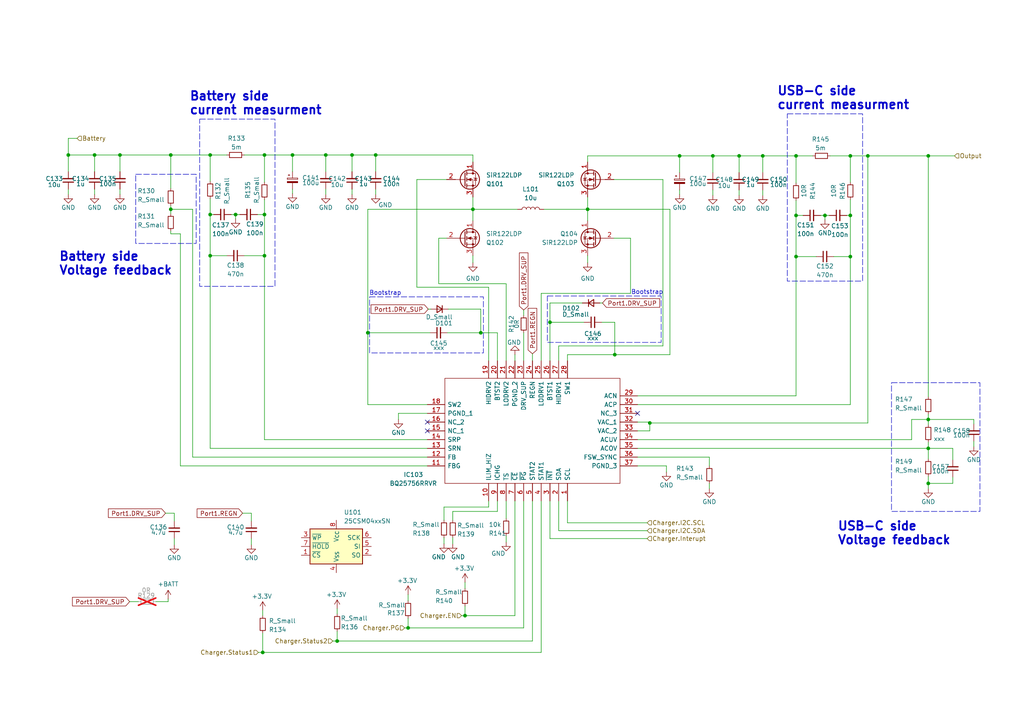
<source format=kicad_sch>
(kicad_sch (version 20231120) (generator "eeschema") (generator_version "8.0")
  (paper "A4")
  (lib_symbols
    (symbol "Device:C_Polarized_Small" (pin_numbers hide) (pin_names (offset 0.254) hide)
      (property "Reference" "C" (at 0.254 1.778 0))
      (property "Value" "C_Polarized_Small" (at 0.254 -2.032 0))
      (symbol "C_Polarized_Small_0_1"
        (rectangle (start -1.524 -0.3048) (end 1.524 -0.6858) (fill (type outline)))
        (rectangle (start -1.524 0.6858) (end 1.524 0.3048))
        (polyline (pts (xy -1.27 1.524) (xy -0.762 1.524)))
        (polyline (pts (xy -1.016 1.27) (xy -1.016 1.778)))
      )
      (symbol "C_Polarized_Small_1_1"
        (pin passive line (at 0 2.54 270) (length 1.8542) (name "~") (number "1"))
        (pin passive line (at 0 -2.54 90) (length 1.8542) (name "~") (number "2"))
      )
    )
    (symbol "Device:C_Small" (pin_numbers hide) (pin_names (offset 0.254) hide)
      (property "Reference" "C" (at 0.254 1.778 0))
      (property "Value" "C_Small" (at 0.254 -2.032 0))
      (symbol "C_Small_0_1"
        (polyline (pts (xy -1.524 -0.508) (xy 1.524 -0.508)) (stroke (width 0.3302)))
        (polyline (pts (xy -1.524 0.508) (xy 1.524 0.508)) (stroke (width 0.3048)))
      )
      (symbol "C_Small_1_1"
        (pin passive line (at 0 2.54 270) (length 2.032) (name "~") (number "1"))
        (pin passive line (at 0 -2.54 90) (length 2.032) (name "~") (number "2"))
      )
    )
    (symbol "Device:D_Small" (pin_numbers hide) (pin_names (offset 0.254) hide)
      (property "Reference" "D" (at -1.27 2.032 0))
      (property "Value" "D_Small" (at -3.81 -2.032 0))
      (symbol "D_Small_0_1"
        (polyline (pts (xy -0.762 -1.016) (xy -0.762 1.016)) (stroke (width 0.254)))
        (polyline (pts (xy -0.762 0) (xy 0.762 0)))
        (polyline (pts (xy 0.762 -1.016) (xy -0.762 0) (xy 0.762 1.016) (xy 0.762 -1.016)) (stroke (width 0.254)))
      )
      (symbol "D_Small_1_1"
        (pin passive line (at -2.54 0 0) (length 1.778) (name "K") (number "1"))
        (pin passive line (at 2.54 0 180) (length 1.778) (name "A") (number "2"))
      )
    )
    (symbol "Device:L" (pin_numbers hide) (pin_names (offset 1.016) hide)
      (property "Reference" "L" (at -1.27 0 90))
      (property "Value" "L" (at 1.905 0 90))
      (symbol "L_0_1"
        (arc (start 0 -2.54) (mid 0.6323 -1.905) (end 0 -1.27))
        (arc (start 0 -1.27) (mid 0.6323 -0.635) (end 0 0))
        (arc (start 0 0) (mid 0.6323 0.635) (end 0 1.27))
        (arc (start 0 1.27) (mid 0.6323 1.905) (end 0 2.54))
      )
      (symbol "L_1_1"
        (pin passive line (at 0 3.81 270) (length 1.27) (name "1") (number "1"))
        (pin passive line (at 0 -3.81 90) (length 1.27) (name "2") (number "2"))
      )
    )
    (symbol "Device:Q_NMOS_DGS" (pin_names (offset 0) hide)
      (property "Reference" "Q" (at 5.08 1.27 0))
      (property "Value" "Q_NMOS_DGS" (at 5.08 -1.27 0))
      (symbol "Q_NMOS_DGS_0_1"
        (polyline (pts (xy 0.254 0) (xy -2.54 0)))
        (polyline (pts (xy 0.254 1.905) (xy 0.254 -1.905)) (stroke (width 0.254)))
        (polyline (pts (xy 0.762 -1.27) (xy 0.762 -2.286)) (stroke (width 0.254)))
        (polyline (pts (xy 0.762 0.508) (xy 0.762 -0.508)) (stroke (width 0.254)))
        (polyline (pts (xy 0.762 2.286) (xy 0.762 1.27)) (stroke (width 0.254)))
        (polyline (pts (xy 2.54 2.54) (xy 2.54 1.778)))
        (polyline (pts (xy 2.54 -2.54) (xy 2.54 0) (xy 0.762 0)))
        (polyline (pts (xy 0.762 -1.778) (xy 3.302 -1.778) (xy 3.302 1.778) (xy 0.762 1.778)))
        (polyline (pts (xy 1.016 0) (xy 2.032 0.381) (xy 2.032 -0.381) (xy 1.016 0)) (fill (type outline)))
        (polyline (pts (xy 2.794 0.508) (xy 2.921 0.381) (xy 3.683 0.381) (xy 3.81 0.254)))
        (polyline (pts (xy 3.302 0.381) (xy 2.921 -0.254) (xy 3.683 -0.254) (xy 3.302 0.381)))
        (circle (center 1.651 0) (radius 2.794) (stroke (width 0.254)))
        (circle (center 2.54 -1.778) (radius 0.254) (fill (type outline)))
        (circle (center 2.54 1.778) (radius 0.254) (fill (type outline)))
      )
      (symbol "Q_NMOS_DGS_1_1"
        (pin passive line (at 2.54 5.08 270) (length 2.54) (name "D") (number "1"))
        (pin input line (at -5.08 0 0) (length 2.54) (name "G") (number "2"))
        (pin passive line (at 2.54 -5.08 90) (length 2.54) (name "S") (number "3"))
      )
    )
    (symbol "Device:R_Small" (pin_numbers hide) (pin_names (offset 0.254) hide)
      (property "Reference" "R" (at 0.762 0.508 0))
      (property "Value" "R_Small" (at 0.762 -1.016 0))
      (symbol "R_Small_0_1"
        (rectangle (start -0.762 1.778) (end 0.762 -1.778) (stroke (width 0.2032)))
      )
      (symbol "R_Small_1_1"
        (pin passive line (at 0 2.54 270) (length 0.762) (name "~") (number "1"))
        (pin passive line (at 0 -2.54 90) (length 0.762) (name "~") (number "2"))
      )
    )
    (symbol "Memory_EEPROM:25CSM04xxSN"
      (property "Reference" "U3" (at 1.9559 8.89 0))
      (property "Value" "25CSM04xxSN" (at 1.9559 6.35 0))
      (symbol "25CSM04xxSN_1_1"
        (rectangle (start -7.62 5.08) (end 7.62 -5.08) (stroke (width 0.254)) (fill (type background)))
        (pin input line (at -10.16 -2.54 0) (length 2.54) (name "~{CS}") (number "1"))
        (pin tri_state line (at 10.16 -2.54 180) (length 2.54) (name "SO") (number "2"))
        (pin input line (at -10.16 2.54 0) (length 2.54) (name "~{WP}") (number "3"))
        (pin power_in line (at 0 -7.62 90) (length 2.54) (name "V_{SS}") (number "4"))
        (pin input line (at 10.16 0 180) (length 2.54) (name "SI") (number "5"))
        (pin input line (at 10.16 2.54 180) (length 2.54) (name "SCK") (number "6"))
        (pin input line (at -10.16 0 0) (length 2.54) (name "~{HOLD}") (number "7"))
        (pin power_in line (at 0 7.62 270) (length 2.54) (name "V_{CC}") (number "8"))
      )
    )
    (symbol "SamacSys_Parts:BQ25756RRVR" (pin_names (offset 0.762))
      (property "Reference" "IC" (at 36.83 20.32 0))
      (property "Value" "BQ25756RRVR" (at 36.83 17.78 0))
      (symbol "BQ25756RRVR_0_0"
        (pin passive line (at 0 0 0) (length 5.08) (name "SCL") (number "1"))
        (pin passive line (at 0 -22.86 0) (length 5.08) (name "ILIM_HIZ") (number "10"))
        (pin passive line (at 10.16 -40.64 90) (length 5.08) (name "FBG") (number "11"))
        (pin passive line (at 12.7 -40.64 90) (length 5.08) (name "FB") (number "12"))
        (pin passive line (at 15.24 -40.64 90) (length 5.08) (name "SRN") (number "13"))
        (pin passive line (at 17.78 -40.64 90) (length 5.08) (name "SRP") (number "14"))
        (pin passive line (at 20.32 -40.64 90) (length 5.08) (name "NC_1") (number "15"))
        (pin passive line (at 22.86 -40.64 90) (length 5.08) (name "NC_2") (number "16"))
        (pin passive line (at 25.4 -40.64 90) (length 5.08) (name "PGND_1") (number "17"))
        (pin passive line (at 27.94 -40.64 90) (length 5.08) (name "SW2") (number "18"))
        (pin passive line (at 40.64 -22.86 180) (length 5.08) (name "HIDRV2") (number "19"))
        (pin passive line (at 0 -2.54 0) (length 5.08) (name "SDA") (number "2"))
        (pin passive line (at 40.64 -20.32 180) (length 5.08) (name "BTST2") (number "20"))
        (pin passive line (at 40.64 -17.78 180) (length 5.08) (name "LODRV2") (number "21"))
        (pin passive line (at 40.64 -15.24 180) (length 5.08) (name "PGND_2") (number "22"))
        (pin passive line (at 40.64 -12.7 180) (length 5.08) (name "DRV_SUP") (number "23"))
        (pin passive line (at 40.64 -10.16 180) (length 5.08) (name "REGN") (number "24"))
        (pin passive line (at 40.64 -7.62 180) (length 5.08) (name "LODRV1") (number "25"))
        (pin passive line (at 40.64 -5.08 180) (length 5.08) (name "BTST1") (number "26"))
        (pin passive line (at 40.64 -2.54 180) (length 5.08) (name "HIDRV1") (number "27"))
        (pin passive line (at 40.64 0 180) (length 5.08) (name "SW1") (number "28"))
        (pin passive line (at 30.48 20.32 270) (length 5.08) (name "ACN") (number "29"))
        (pin passive line (at 0 -5.08 0) (length 5.08) (name "~{INT}") (number "3"))
        (pin passive line (at 27.94 20.32 270) (length 5.08) (name "ACP") (number "30"))
        (pin passive line (at 25.4 20.32 270) (length 5.08) (name "NC_3") (number "31"))
        (pin passive line (at 22.86 20.32 270) (length 5.08) (name "VAC_1") (number "32"))
        (pin passive line (at 20.32 20.32 270) (length 5.08) (name "VAC_2") (number "33"))
        (pin passive line (at 17.78 20.32 270) (length 5.08) (name "ACUV") (number "34"))
        (pin passive line (at 15.24 20.32 270) (length 5.08) (name "ACOV") (number "35"))
        (pin passive line (at 12.7 20.32 270) (length 5.08) (name "FSW_SYNC") (number "36"))
        (pin passive line (at 10.16 20.32 270) (length 5.08) (name "PGND_3") (number "37"))
        (pin passive line (at 0 -7.62 0) (length 5.08) (name "STAT1") (number "4"))
        (pin passive line (at 0 -10.16 0) (length 5.08) (name "STAT2") (number "5"))
        (pin passive line (at 0 -12.7 0) (length 5.08) (name "~{PG}") (number "6"))
        (pin passive line (at 0 -15.24 0) (length 5.08) (name "~{CE}") (number "7"))
        (pin passive line (at 0 -17.78 0) (length 5.08) (name "TS") (number "8"))
        (pin passive line (at 0 -20.32 0) (length 5.08) (name "ICHG") (number "9"))
      )
      (symbol "BQ25756RRVR_0_1"
        (polyline (pts (xy 5.08 15.24) (xy 35.56 15.24) (xy 35.56 -35.56) (xy 5.08 -35.56) (xy 5.08 15.24)) (stroke (width 0.1524)))
      )
    )
    (symbol "power:+3.3V" (power) (pin_names (offset 0))
      (property "Value" "+3.3V" (at 0 3.556 0))
      (symbol "+3.3V_0_1"
        (polyline (pts (xy -0.762 1.27) (xy 0 2.54)))
        (polyline (pts (xy 0 0) (xy 0 2.54)))
        (polyline (pts (xy 0 2.54) (xy 0.762 1.27)))
      )
      (symbol "+3.3V_1_1"
        (pin power_in line (at 0 0 90) (length 0) hide (name "+3.3V") (number "1"))
      )
    )
    (symbol "power:+BATT" (power) (pin_numbers hide) (pin_names (offset 0) hide)
      (property "Value" "+BATT" (at 0 3.556 0))
      (symbol "+BATT_0_1"
        (polyline (pts (xy -0.762 1.27) (xy 0 2.54)))
        (polyline (pts (xy 0 0) (xy 0 2.54)))
        (polyline (pts (xy 0 2.54) (xy 0.762 1.27)))
      )
      (symbol "+BATT_1_1"
        (pin power_in line (at 0 0 90) (length 0) (name "~") (number "1"))
      )
    )
    (symbol "power:GND" (power) (pin_names (offset 0))
      (property "Value" "GND" (at 0 -3.81 0))
      (symbol "GND_0_1"
        (polyline (pts (xy 0 0) (xy 0 -1.27) (xy 1.27 -1.27) (xy 0 -2.54) (xy -1.27 -1.27) (xy 0 -1.27)))
      )
      (symbol "GND_1_1"
        (pin power_in line (at 0 0 270) (length 0) hide (name "GND") (number "1"))
      )
    )
  )
  (junction (at 230.886 45.212))
  (junction (at 60.96 62.23))
  (junction (at 221.234 45.212))
  (junction (at 97.79 185.928))
  (junction (at 106.68 96.52))
  (junction (at 68.326 62.23))
  (junction (at 76.708 62.23))
  (junction (at 60.96 44.958))
  (junction (at 269.24 130.048))
  (junction (at 178.308 102.87))
  (junction (at 76.2 189.23))
  (junction (at 137.16 60.706))
  (junction (at 269.24 121.666))
  (junction (at 60.96 74.168))
  (junction (at 188.468 122.682))
  (junction (at 76.708 74.168))
  (junction (at 139.446 96.52))
  (junction (at 19.812 44.958))
  (junction (at 197.104 45.212))
  (junction (at 230.886 62.484))
  (junction (at 49.53 44.958))
  (junction (at 84.836 44.958))
  (junction (at 246.634 45.212))
  (junction (at 27.432 44.958))
  (junction (at 206.756 45.212))
  (junction (at 159.512 93.472))
  (junction (at 134.874 178.562))
  (junction (at 246.634 74.422))
  (junction (at 108.966 44.958))
  (junction (at 102.108 44.958))
  (junction (at 170.434 60.706))
  (junction (at 118.364 182.118))
  (junction (at 269.24 140.208))
  (junction (at 49.53 60.706))
  (junction (at 94.488 44.958))
  (junction (at 214.376 45.212))
  (junction (at 251.714 45.212))
  (junction (at 269.24 45.212))
  (junction (at 246.634 62.484))
  (junction (at 239.268 62.484))
  (junction (at 230.886 74.422))
  (junction (at 34.798 44.958))
  (junction (at 76.708 44.958))
  (no_connect (at 123.952 122.428))
  (no_connect (at 184.912 119.888))
  (no_connect (at 123.952 124.968))
  (wire (pts (xy 84.836 49.784) (xy 84.836 44.958)))
  (wire (pts (xy 60.96 44.958) (xy 65.786 44.958)))
  (wire (pts (xy 49.53 44.958) (xy 60.96 44.958)))
  (wire (pts (xy 276.352 138.43) (xy 276.352 140.208)))
  (wire (pts (xy 49.53 44.958) (xy 49.53 54.61)))
  (wire (pts (xy 76.708 74.168) (xy 76.708 127.508)))
  (wire (pts (xy 170.434 57.15) (xy 170.434 60.706)))
  (wire (pts (xy 170.434 46.99) (xy 170.434 45.212)))
  (wire (pts (xy 60.96 74.168) (xy 60.96 130.048)))
  (wire (pts (xy 139.446 89.662) (xy 139.446 96.52)))
  (wire (pts (xy 124.968 89.662) (xy 124.206 89.662)))
  (wire (pts (xy 128.778 147.066) (xy 128.778 150.876)))
  (wire (pts (xy 184.912 124.968) (xy 188.468 124.968)))
  (wire (pts (xy 72.898 156.21) (xy 72.898 157.988)))
  (wire (pts (xy 74.93 189.23) (xy 76.2 189.23)))
  (wire (pts (xy 97.79 185.928) (xy 154.432 185.928)))
  (wire (pts (xy 19.812 44.958) (xy 19.812 49.784)))
  (wire (pts (xy 269.24 121.666) (xy 282.448 121.666)))
  (wire (pts (xy 115.57 119.888) (xy 115.57 121.666)))
  (wire (pts (xy 197.104 50.038) (xy 197.104 45.212)))
  (wire (pts (xy 184.912 117.348) (xy 246.634 117.348)))
  (wire (pts (xy 239.268 62.484) (xy 237.998 62.484)))
  (wire (pts (xy 19.812 40.132) (xy 19.812 44.958)))
  (wire (pts (xy 192.278 52.07) (xy 178.054 52.07)))
  (wire (pts (xy 134.874 175.768) (xy 134.874 178.562)))
  (wire (pts (xy 241.808 74.422) (xy 246.634 74.422)))
  (wire (pts (xy 94.488 54.864) (xy 94.488 56.388)))
  (wire (pts (xy 264.414 121.666) (xy 269.24 121.666)))
  (wire (pts (xy 84.836 54.864) (xy 84.836 56.134)))
  (wire (pts (xy 34.798 54.864) (xy 34.798 56.388)))
  (wire (pts (xy 19.812 44.958) (xy 27.432 44.958)))
  (wire (pts (xy 214.376 55.118) (xy 214.376 56.642)))
  (wire (pts (xy 159.512 145.288) (xy 159.512 156.21)))
  (wire (pts (xy 269.24 140.208) (xy 269.24 141.732)))
  (wire (pts (xy 76.708 44.958) (xy 76.708 52.832)))
  (wire (pts (xy 55.88 132.588) (xy 123.952 132.588)))
  (wire (pts (xy 68.326 62.23) (xy 69.596 62.23)))
  (wire (pts (xy 164.592 102.87) (xy 178.308 102.87)))
  (wire (pts (xy 146.812 104.648) (xy 146.812 82.296)))
  (wire (pts (xy 131.318 155.956) (xy 131.318 157.734)))
  (wire (pts (xy 221.234 45.212) (xy 230.886 45.212)))
  (wire (pts (xy 141.732 147.066) (xy 141.732 145.288)))
  (wire (pts (xy 96.52 185.928) (xy 97.79 185.928)))
  (wire (pts (xy 139.446 96.52) (xy 144.272 96.52)))
  (wire (pts (xy 156.972 85.09) (xy 182.88 85.09)))
  (wire (pts (xy 193.294 135.128) (xy 193.294 136.906)))
  (wire (pts (xy 137.16 64.008) (xy 137.16 60.706)))
  (wire (pts (xy 134.874 168.91) (xy 134.874 170.688)))
  (wire (pts (xy 68.326 62.23) (xy 68.326 63.5)))
  (wire (pts (xy 76.2 183.642) (xy 76.2 189.23)))
  (wire (pts (xy 60.96 57.658) (xy 60.96 62.23)))
  (wire (pts (xy 146.812 155.448) (xy 146.812 157.226)))
  (wire (pts (xy 235.712 45.212) (xy 230.886 45.212)))
  (wire (pts (xy 269.24 115.062) (xy 269.24 45.212)))
  (wire (pts (xy 120.904 83.312) (xy 120.904 52.07)))
  (wire (pts (xy 97.79 176.53) (xy 97.79 178.054)))
  (wire (pts (xy 221.234 55.118) (xy 221.234 56.642)))
  (wire (pts (xy 184.912 130.048) (xy 269.24 130.048)))
  (wire (pts (xy 269.24 128.27) (xy 269.24 130.048)))
  (wire (pts (xy 128.778 147.066) (xy 141.732 147.066)))
  (wire (pts (xy 106.68 60.706) (xy 137.16 60.706)))
  (wire (pts (xy 141.732 83.312) (xy 141.732 104.648)))
  (wire (pts (xy 159.512 93.472) (xy 159.512 104.648)))
  (wire (pts (xy 76.708 62.23) (xy 76.708 74.168)))
  (wire (pts (xy 76.708 44.958) (xy 84.836 44.958)))
  (wire (pts (xy 246.634 74.422) (xy 246.634 117.348)))
  (wire (pts (xy 269.24 130.048) (xy 276.352 130.048)))
  (wire (pts (xy 60.96 62.23) (xy 60.96 74.168)))
  (wire (pts (xy 146.812 145.288) (xy 146.812 150.368)))
  (wire (pts (xy 137.16 44.958) (xy 137.16 46.99)))
  (wire (pts (xy 52.324 67.818) (xy 49.53 67.818)))
  (wire (pts (xy 184.912 122.428) (xy 188.468 122.428)))
  (wire (pts (xy 246.634 62.484) (xy 246.634 74.422)))
  (wire (pts (xy 118.364 182.118) (xy 151.892 182.118)))
  (wire (pts (xy 72.898 148.844) (xy 72.898 151.13)))
  (wire (pts (xy 156.972 145.288) (xy 156.972 189.23)))
  (wire (pts (xy 246.634 45.212) (xy 251.714 45.212)))
  (wire (pts (xy 94.488 44.958) (xy 102.108 44.958)))
  (wire (pts (xy 230.886 58.166) (xy 230.886 62.484)))
  (wire (pts (xy 170.434 64.008) (xy 170.434 60.706)))
  (wire (pts (xy 269.24 120.142) (xy 269.24 121.666)))
  (wire (pts (xy 149.352 104.648) (xy 149.352 102.87)))
  (wire (pts (xy 27.432 54.864) (xy 27.432 56.388)))
  (wire (pts (xy 251.714 45.212) (xy 251.714 122.682)))
  (wire (pts (xy 246.634 45.212) (xy 240.792 45.212)))
  (wire (pts (xy 137.16 74.168) (xy 137.16 76.2)))
  (wire (pts (xy 162.052 153.924) (xy 187.706 153.924)))
  (wire (pts (xy 192.278 100.33) (xy 192.278 52.07)))
  (wire (pts (xy 194.31 102.87) (xy 194.31 60.706)))
  (wire (pts (xy 137.16 60.706) (xy 150.114 60.706)))
  (wire (pts (xy 230.886 45.212) (xy 230.886 53.086)))
  (wire (pts (xy 269.24 121.666) (xy 269.24 123.19)))
  (wire (pts (xy 269.24 138.176) (xy 269.24 140.208)))
  (wire (pts (xy 123.952 130.048) (xy 60.96 130.048)))
  (wire (pts (xy 123.952 119.888) (xy 115.57 119.888)))
  (wire (pts (xy 19.812 54.864) (xy 19.812 56.388)))
  (wire (pts (xy 123.952 117.348) (xy 106.68 117.348)))
  (wire (pts (xy 108.966 44.958) (xy 137.16 44.958)))
  (wire (pts (xy 34.798 44.958) (xy 49.53 44.958)))
  (wire (pts (xy 205.74 140.208) (xy 205.74 141.732)))
  (wire (pts (xy 127.254 82.296) (xy 127.254 69.088)))
  (wire (pts (xy 76.708 127.508) (xy 123.952 127.508)))
  (wire (pts (xy 188.468 122.682) (xy 251.714 122.682)))
  (wire (pts (xy 49.53 60.706) (xy 49.53 61.976)))
  (wire (pts (xy 282.448 128.016) (xy 282.448 129.54)))
  (wire (pts (xy 178.308 93.472) (xy 178.308 102.87)))
  (wire (pts (xy 197.104 55.118) (xy 197.104 56.388)))
  (wire (pts (xy 159.512 87.884) (xy 159.512 93.472)))
  (wire (pts (xy 240.538 62.484) (xy 239.268 62.484)))
  (wire (pts (xy 154.432 145.288) (xy 154.432 185.928)))
  (wire (pts (xy 50.546 156.21) (xy 50.546 157.988)))
  (wire (pts (xy 137.16 57.15) (xy 137.16 60.706)))
  (wire (pts (xy 173.99 87.884) (xy 174.752 87.884)))
  (wire (pts (xy 61.976 62.23) (xy 60.96 62.23)))
  (wire (pts (xy 206.756 55.118) (xy 206.756 56.642)))
  (wire (pts (xy 276.352 140.208) (xy 269.24 140.208)))
  (wire (pts (xy 70.866 44.958) (xy 76.708 44.958)))
  (wire (pts (xy 164.592 104.648) (xy 164.592 102.87)))
  (wire (pts (xy 246.634 45.212) (xy 246.634 52.832)))
  (wire (pts (xy 194.31 60.706) (xy 170.434 60.706)))
  (wire (pts (xy 170.434 45.212) (xy 197.104 45.212)))
  (wire (pts (xy 74.676 62.23) (xy 76.708 62.23)))
  (wire (pts (xy 159.512 156.21) (xy 187.706 156.21)))
  (wire (pts (xy 84.836 44.958) (xy 94.488 44.958)))
  (wire (pts (xy 184.912 114.808) (xy 230.886 114.808)))
  (wire (pts (xy 27.432 44.958) (xy 34.798 44.958)))
  (wire (pts (xy 144.272 148.336) (xy 144.272 145.288)))
  (wire (pts (xy 151.892 96.52) (xy 151.892 104.648)))
  (wire (pts (xy 162.052 100.33) (xy 192.278 100.33)))
  (wire (pts (xy 206.756 45.212) (xy 214.376 45.212)))
  (wire (pts (xy 146.812 82.296) (xy 127.254 82.296)))
  (wire (pts (xy 134.874 178.562) (xy 149.352 178.562)))
  (wire (pts (xy 164.592 151.638) (xy 187.706 151.638)))
  (wire (pts (xy 127.254 69.088) (xy 129.54 69.088)))
  (wire (pts (xy 118.364 179.324) (xy 118.364 182.118)))
  (wire (pts (xy 151.892 89.916) (xy 151.892 91.44)))
  (wire (pts (xy 106.68 96.52) (xy 124.714 96.52)))
  (wire (pts (xy 102.108 44.958) (xy 108.966 44.958)))
  (wire (pts (xy 76.2 177.038) (xy 76.2 178.562)))
  (wire (pts (xy 205.74 132.588) (xy 205.74 135.128)))
  (wire (pts (xy 65.786 74.168) (xy 60.96 74.168)))
  (wire (pts (xy 221.234 45.212) (xy 221.234 50.038)))
  (wire (pts (xy 282.448 121.666) (xy 282.448 122.936)))
  (wire (pts (xy 184.912 127.508) (xy 264.414 127.508)))
  (wire (pts (xy 188.468 122.682) (xy 188.468 122.428)))
  (wire (pts (xy 154.432 102.616) (xy 154.432 104.648)))
  (wire (pts (xy 246.634 57.912) (xy 246.634 62.484)))
  (wire (pts (xy 123.952 135.128) (xy 52.324 135.128)))
  (wire (pts (xy 197.104 45.212) (xy 206.756 45.212)))
  (wire (pts (xy 131.318 148.336) (xy 131.318 150.876)))
  (wire (pts (xy 159.512 93.472) (xy 169.418 93.472)))
  (wire (pts (xy 276.352 130.048) (xy 276.352 133.35)))
  (wire (pts (xy 106.68 96.52) (xy 106.68 117.348)))
  (wire (pts (xy 37.592 174.498) (xy 40.132 174.498)))
  (wire (pts (xy 157.734 60.706) (xy 170.434 60.706)))
  (wire (pts (xy 128.778 155.956) (xy 128.778 157.734)))
  (wire (pts (xy 214.376 45.212) (xy 221.234 45.212)))
  (wire (pts (xy 48.006 148.844) (xy 50.546 148.844)))
  (wire (pts (xy 130.048 89.662) (xy 139.446 89.662)))
  (wire (pts (xy 55.88 60.706) (xy 55.88 132.588)))
  (wire (pts (xy 129.794 96.52) (xy 139.446 96.52)))
  (wire (pts (xy 239.268 62.484) (xy 239.268 63.754)))
  (wire (pts (xy 27.432 44.958) (xy 27.432 49.784)))
  (wire (pts (xy 76.708 57.912) (xy 76.708 62.23)))
  (wire (pts (xy 184.912 132.588) (xy 205.74 132.588)))
  (wire (pts (xy 269.24 130.048) (xy 269.24 133.096)))
  (wire (pts (xy 162.052 104.648) (xy 162.052 100.33)))
  (wire (pts (xy 70.358 148.844) (xy 72.898 148.844)))
  (wire (pts (xy 70.866 74.168) (xy 76.708 74.168)))
  (wire (pts (xy 22.352 40.132) (xy 19.812 40.132)))
  (wire (pts (xy 118.364 172.466) (xy 118.364 174.244)))
  (wire (pts (xy 164.592 145.288) (xy 164.592 151.638)))
  (wire (pts (xy 182.88 69.088) (xy 178.054 69.088)))
  (wire (pts (xy 269.24 45.212) (xy 276.86 45.212)))
  (wire (pts (xy 206.756 45.212) (xy 206.756 50.038)))
  (wire (pts (xy 106.68 60.706) (xy 106.68 96.52)))
  (wire (pts (xy 49.53 59.69) (xy 49.53 60.706)))
  (wire (pts (xy 188.468 124.968) (xy 188.468 122.682)))
  (wire (pts (xy 67.056 62.23) (xy 68.326 62.23)))
  (wire (pts (xy 49.53 67.056) (xy 49.53 67.818)))
  (wire (pts (xy 170.434 74.168) (xy 170.434 76.2)))
  (wire (pts (xy 151.892 145.288) (xy 151.892 182.118)))
  (wire (pts (xy 174.498 93.472) (xy 178.308 93.472)))
  (wire (pts (xy 182.88 85.09) (xy 182.88 69.088)))
  (wire (pts (xy 102.108 54.864) (xy 102.108 56.388)))
  (wire (pts (xy 108.966 54.864) (xy 108.966 56.388)))
  (wire (pts (xy 184.912 135.128) (xy 193.294 135.128)))
  (wire (pts (xy 149.352 145.288) (xy 149.352 178.562)))
  (wire (pts (xy 108.966 44.958) (xy 108.966 49.784)))
  (wire (pts (xy 245.618 62.484) (xy 246.634 62.484)))
  (wire (pts (xy 236.728 74.422) (xy 230.886 74.422)))
  (wire (pts (xy 214.376 45.212) (xy 214.376 50.038)))
  (wire (pts (xy 117.348 182.118) (xy 118.364 182.118)))
  (wire (pts (xy 52.324 135.128) (xy 52.324 67.818)))
  (wire (pts (xy 230.886 62.484) (xy 230.886 74.422)))
  (wire (pts (xy 178.308 102.87) (xy 194.31 102.87)))
  (wire (pts (xy 230.886 74.422) (xy 230.886 114.808)))
  (wire (pts (xy 251.714 45.212) (xy 269.24 45.212)))
  (wire (pts (xy 45.212 174.498) (xy 48.768 174.498)))
  (wire (pts (xy 97.79 183.134) (xy 97.79 185.928)))
  (wire (pts (xy 94.488 44.958) (xy 94.488 49.784)))
  (wire (pts (xy 102.108 44.958) (xy 102.108 49.784)))
  (wire (pts (xy 156.972 104.648) (xy 156.972 85.09)))
  (wire (pts (xy 162.052 145.288) (xy 162.052 153.924)))
  (wire (pts (xy 49.53 60.706) (xy 55.88 60.706)))
  (wire (pts (xy 131.318 148.336) (xy 144.272 148.336)))
  (wire (pts (xy 48.768 173.736) (xy 48.768 174.498)))
  (wire (pts (xy 232.918 62.484) (xy 230.886 62.484)))
  (wire (pts (xy 144.272 104.648) (xy 144.272 96.52)))
  (wire (pts (xy 34.798 44.958) (xy 34.798 49.784)))
  (wire (pts (xy 156.972 189.23) (xy 76.2 189.23)))
  (wire (pts (xy 168.91 87.884) (xy 159.512 87.884)))
  (wire (pts (xy 120.904 52.07) (xy 129.54 52.07)))
  (wire (pts (xy 141.732 83.312) (xy 120.904 83.312)))
  (wire (pts (xy 264.414 127.508) (xy 264.414 121.666)))
  (wire (pts (xy 60.96 44.958) (xy 60.96 52.578)))
  (wire (pts (xy 133.858 178.562) (xy 134.874 178.562)))
  (wire (pts (xy 50.546 148.844) (xy 50.546 151.13)))
  (rectangle (start 57.912 34.544) (end 79.756 83.058) (stroke (width 0) (type dash)))
  (rectangle (start 228.346 33.02) (end 250.19 81.534) (stroke (width 0) (type dash)))
  (rectangle (start 258.572 110.998) (end 284.226 148.336) (stroke (width 0) (type dash)))
  (rectangle (start 158.75 85.852) (end 191.77 99.314) (stroke (width 0) (type dash)))
  (rectangle (start 39.37 50.546) (end 56.896 70.612) (stroke (width 0) (type dash)))
  (rectangle (start 107.188 86.106) (end 140.208 102.362) (stroke (width 0) (type dash)))
  (text "Bootstrap\n" (at 111.76 85.09 0) (effects (font (size 1.27 1.27))))
  (text "USB-C side \ncurrent measurment" (at 225.298 32.004 0) (effects (font (size 2.5 2.5) (thickness 0.5) (bold yes)) (justify left bottom)))
  (text "Bootstrap\n" (at 187.706 84.836 0) (effects (font (size 1.27 1.27))))
  (text "Battery side \ncurrent measurment" (at 54.864 33.528 0) (effects (font (size 2.5 2.5) (thickness 0.5) (bold yes)) (justify left bottom)))
  (text "Battery side\nVoltage feedback\n" (at 17.018 80.01 0) (effects (font (size 2.5 2.5) (thickness 0.5) (bold yes)) (justify left bottom)))
  (text "USB-C side\nVoltage feedback\n" (at 242.824 158.242 0) (effects (font (size 2.5 2.5) (thickness 0.5) (bold yes)) (justify left bottom)))
  (global_label "Port1.REGN" (shape input) (at 154.432 102.616 90) (property "Intersheetrefs" "${INTERSHEET_REFS}" (effects (hide yes))))
  (global_label "Port1.DRV_SUP" (shape input) (at 174.752 87.884 0) (property "Intersheetrefs" "${INTERSHEET_REFS}" (effects (hide yes))))
  (global_label "Port1.DRV_SUP" (shape input) (at 151.892 89.916 90) (property "Intersheetrefs" "${INTERSHEET_REFS}" (effects (hide yes))))
  (global_label "Port1.DRV_SUP" (shape input) (at 37.592 174.498 180) (property "Intersheetrefs" "${INTERSHEET_REFS}" (effects (hide yes))))
  (global_label "Port1.DRV_SUP" (shape input) (at 124.206 89.662 180) (property "Intersheetrefs" "${INTERSHEET_REFS}" (effects (hide yes))))
  (global_label "Port1.DRV_SUP" (shape input) (at 48.006 148.844 180) (property "Intersheetrefs" "${INTERSHEET_REFS}" (effects (hide yes))))
  (global_label "Port1.REGN" (shape input) (at 70.358 148.844 180) (property "Intersheetrefs" "${INTERSHEET_REFS}" (effects (hide yes))))
  (hierarchical_label "Charger.EN" (shape input) (at 133.858 178.562 180))
  (hierarchical_label "Charger.Status1" (shape input) (at 74.93 189.23 180))
  (hierarchical_label "Charger.Status2" (shape input) (at 96.52 185.928 180))
  (hierarchical_label "Battery" (shape input) (at 22.352 40.132 0))
  (hierarchical_label "Charger.I2C.SCL" (shape input) (at 187.706 151.638 0))
  (hierarchical_label "Charger.I2C.SDA" (shape input) (at 187.706 153.924 0))
  (hierarchical_label "Output" (shape input) (at 276.86 45.212 0))
  (hierarchical_label "Charger.PG" (shape input) (at 117.348 182.118 180))
  (hierarchical_label "Charger.Interupt" (shape input) (at 187.706 156.21 0))
  (symbol (lib_id "Device:R_Small") (at 269.24 117.602 0) (unit 1)
    (property "Reference" "R147" (at 259.588 115.824 0) (effects (justify left)))
    (property "Value" "R_Small" (at 259.588 118.364 0) (effects (justify left)))
    (property "Footprint" "Resistor_SMD:R_0603_1608Metric" (effects (hide yes)))
  )
  (symbol (lib_id "power:GND") (at 206.756 56.642 0) (mirror y) (unit 1)
    (property "Reference" "#PWR0204" (effects (hide yes)))
    (property "Value" "GND" (at 206.756 60.452 0))
  )
  (symbol (lib_id "Device:Q_NMOS_DGS") (at 134.62 52.07 0) (unit 1)
    (property "Reference" "Q101" (at 140.97 53.34 0) (effects (justify left)))
    (property "Value" "SiR122LDP" (at 140.97 50.8 0) (effects (justify left)))
    (property "Footprint" "Package_SO:PowerPAK_SO-8_Single" (effects (hide yes)))
  )
  (symbol (lib_id "power:GND") (at 128.778 157.734 0) (unit 1)
    (property "Reference" "#PWR0194" (effects (hide yes)))
    (property "Value" "GND" (at 127.254 161.544 0))
  )
  (symbol (lib_id "Device:C_Small") (at 171.958 93.472 90) (unit 1)
    (property "Reference" "C146" (at 171.958 96.774 90))
    (property "Value" "xxx" (at 171.958 98.044 90))
    (property "Footprint" "Capacitor_SMD:C_0603_1608Metric" (effects (hide yes)))
  )
  (symbol (lib_id "SamacSys_Parts:BQ25756RRVR") (at 164.592 145.288 270) (mirror x) (unit 1)
    (property "Reference" "IC103" (at 119.888 137.668 90))
    (property "Value" "BQ25756RRVR" (at 119.888 140.208 90))
    (property "Footprint" "QFN50P500X600X100-37N-D" (effects (hide yes)))
    (property "Datasheet" "https://www.ti.com.cn/cn/lit/ds/symlink/bq25756.pdf?ts=1699839190732&ref_url=https%253A%252F%252Fwww.ti.com.cn%252Fproduct%252Fcn%252FBQ25756" (effects (hide yes)))
    (property "Description" "Battery Management Stand-alone or IC controlled 70-V bidirectional buck-boost charge controller with MPPT 36-VQFN -40 to 85" (effects (hide yes)))
    (property "Height" "1" (effects (hide yes)))
    (property "Manufacturer_Name" "Texas Instruments" (effects (hide yes)))
    (property "Manufacturer_Part_Number" "BQ25756RRVR" (effects (hide yes)))
    (property "Mouser Part Number" "595-BQ25756RRVR" (effects (hide yes)))
    (property "Mouser Price/Stock" "https://www.mouser.co.uk/ProductDetail/Texas-Instruments/BQ25756RRVR?qs=HoCaDK9Nz5ckDWwb4xOATA%3D%3D" (effects (hide yes)))
    (property "Arrow Part Number" "BQ25756RRVR" (effects (hide yes)))
    (property "Arrow Price/Stock" "https://www.arrow.com/en/products/bq25756rrvr/texas-instruments?utm_currency=USD&region=nac" (effects (hide yes)))
  )
  (symbol (lib_id "Device:C_Small") (at 206.756 52.578 180) (unit 1)
    (property "Reference" "C148" (at 210.058 52.07 0))
    (property "Value" "10u" (at 210.058 53.848 0))
    (property "Footprint" "Capacitor_SMD:C_0603_1608Metric" (effects (hide yes)))
  )
  (symbol (lib_id "Device:R_Small") (at 42.672 174.498 270) (unit 1) (dnp yes)
    (property "Reference" "R129" (at 42.418 172.72 90))
    (property "Value" "0R" (at 42.418 171.196 90))
    (property "Footprint" "Resistor_SMD:R_0603_1608Metric" (effects (hide yes)))
  )
  (symbol (lib_id "Device:R_Small") (at 269.24 135.636 0) (unit 1)
    (property "Reference" "R149" (at 259.588 133.858 0) (effects (justify left)))
    (property "Value" "R_Small" (at 259.588 136.398 0) (effects (justify left)))
    (property "Footprint" "Resistor_SMD:R_0603_1608Metric" (effects (hide yes)))
  )
  (symbol (lib_id "power:GND") (at 94.488 56.388 0) (mirror y) (unit 1)
    (property "Reference" "#PWR0188" (effects (hide yes)))
    (property "Value" "GND" (at 94.488 60.198 0))
  )
  (symbol (lib_id "Device:Q_NMOS_DGS") (at 172.974 52.07 0) (mirror y) (unit 1)
    (property "Reference" "Q103" (at 166.624 53.34 0) (effects (justify left)))
    (property "Value" "SiR122LDP" (at 166.624 50.8 0) (effects (justify left)))
    (property "Footprint" "Package_SO:PowerPAK_SO-8_Single" (effects (hide yes)))
  )
  (symbol (lib_id "Device:C_Small") (at 27.432 52.324 180) (unit 1)
    (property "Reference" "C134" (at 23.368 51.816 0))
    (property "Value" "1u" (at 23.368 53.34 0))
    (property "Footprint" "Capacitor_SMD:C_0603_1608Metric" (effects (hide yes)))
  )
  (symbol (lib_id "power:GND") (at 68.326 63.5 0) (unit 1)
    (property "Reference" "#PWR0184" (effects (hide yes)))
    (property "Value" "GND" (at 68.326 67.31 0))
  )
  (symbol (lib_id "Device:C_Small") (at 50.546 153.67 180) (unit 1)
    (property "Reference" "C136" (at 45.974 152.908 0))
    (property "Value" "4.7u" (at 45.974 154.432 0))
    (property "Footprint" "Capacitor_SMD:C_0603_1608Metric" (effects (hide yes)))
  )
  (symbol (lib_id "Device:R_Small") (at 118.364 176.784 0) (unit 1)
    (property "Reference" "R137" (at 112.268 177.8 0) (effects (justify left)))
    (property "Value" "R_Small" (at 109.728 175.514 0) (effects (justify left)))
    (property "Footprint" "Resistor_SMD:R_0603_1608Metric" (effects (hide yes)))
  )
  (symbol (lib_id "power:GND") (at 170.434 76.2 0) (unit 1)
    (property "Reference" "#PWR0200" (effects (hide yes)))
    (property "Value" "GND" (at 170.434 80.772 0))
  )
  (symbol (lib_id "Device:C_Small") (at 282.448 125.476 180) (unit 1)
    (property "Reference" "C158" (at 278.892 124.968 0))
    (property "Value" "100n" (at 278.892 126.238 0))
    (property "Footprint" "Capacitor_SMD:C_0603_1608Metric" (effects (hide yes)))
  )
  (symbol (lib_id "Memory_EEPROM:25CSM04xxSN") (at 97.536 158.496 0) (unit 1)
    (property "Reference" "U101" (at 99.7301 148.59 0) (effects (justify left)))
    (property "Value" "25CSM04xxSN" (at 99.7301 151.13 0) (effects (justify left)))
    (property "Footprint" "Package_SO:SOIC-8_3.9x4.9mm_P1.27mm" (effects (hide yes)))
    (property "Datasheet" "https://ww1.microchip.com/downloads/aemDocuments/documents/MPD/ProductDocuments/DataSheets/25CSM04-4-Mbit-SPI-Serial-EEPROM-With-128-Bit-Serial-Number-and-Enhanced-Write-Protection-20005817C.pdf" (effects (hide yes)))
    (property "Description" "4Mbit SPI Serial EEPROM, SOIC-8" (effects (hide yes)))
  )
  (symbol (lib_id "Device:R_Small") (at 151.892 93.98 180) (unit 1)
    (property "Reference" "R142" (at 148.336 93.98 90))
    (property "Value" "0R" (at 149.86 93.98 90))
    (property "Footprint" "Resistor_SMD:R_0603_1608Metric" (effects (hide yes)))
  )
  (symbol (lib_id "Device:R_Small") (at 230.886 55.626 0) (mirror x) (unit 1)
    (property "Reference" "R144" (at 235.712 55.372 90))
    (property "Value" "10R" (at 233.172 55.372 90))
    (property "Footprint" "Resistor_SMD:R_0603_1608Metric" (effects (hide yes)))
  )
  (symbol (lib_id "power:GND") (at 149.352 102.87 180) (unit 1)
    (property "Reference" "#PWR0199" (effects (hide yes)))
    (property "Value" "GND" (at 149.098 99.314 0))
  )
  (symbol (lib_id "power:GND") (at 197.104 56.388 0) (unit 1)
    (property "Reference" "#PWR0202" (effects (hide yes)))
    (property "Value" "GND" (at 197.104 60.198 0))
  )
  (symbol (lib_id "power:GND") (at 193.294 136.906 0) (mirror y) (unit 1)
    (property "Reference" "#PWR0201" (effects (hide yes)))
    (property "Value" "GND" (at 193.294 140.716 0))
  )
  (symbol (lib_id "Device:R_Small") (at 97.79 180.594 0) (unit 1)
    (property "Reference" "R136" (at 98.806 181.864 0) (effects (justify left)))
    (property "Value" "R_Small" (at 98.806 179.324 0) (effects (justify left)))
    (property "Footprint" "Resistor_SMD:R_0603_1608Metric" (effects (hide yes)))
  )
  (symbol (lib_id "power:GND") (at 19.812 56.388 0) (mirror y) (unit 1)
    (property "Reference" "#PWR0179" (effects (hide yes)))
    (property "Value" "GND" (at 19.812 60.198 0))
  )
  (symbol (lib_id "Device:Q_NMOS_DGS") (at 172.974 69.088 0) (mirror y) (unit 1)
    (property "Reference" "Q104" (at 167.64 67.8179 0) (effects (justify left)))
    (property "Value" "SiR122LDP" (at 167.64 70.3579 0) (effects (justify left)))
    (property "Footprint" "Package_SO:PowerPAK_SO-8_Single" (effects (hide yes)))
  )
  (symbol (lib_id "power:GND") (at 239.268 63.754 0) (mirror y) (unit 1)
    (property "Reference" "#PWR0207" (effects (hide yes)))
    (property "Value" "GND" (at 239.268 67.564 0))
  )
  (symbol (lib_id "power:GND") (at 115.57 121.666 0) (unit 1)
    (property "Reference" "#PWR0192" (effects (hide yes)))
    (property "Value" "GND" (at 115.57 125.476 0))
  )
  (symbol (lib_id "Device:C_Small") (at 34.798 52.324 180) (unit 1)
    (property "Reference" "C135" (at 31.242 51.816 0))
    (property "Value" "100n" (at 31.242 53.34 0))
    (property "Footprint" "Capacitor_SMD:C_0603_1608Metric" (effects (hide yes)))
  )
  (symbol (lib_id "power:GND") (at 269.24 141.732 0) (unit 1)
    (property "Reference" "#PWR0210" (effects (hide yes)))
    (property "Value" "GND" (at 269.24 145.542 0))
  )
  (symbol (lib_id "power:+3.3V") (at 118.364 172.466 0) (unit 1)
    (property "Reference" "#PWR0193" (effects (hide yes)))
    (property "Value" "+3.3V" (at 118.11 168.402 0))
  )
  (symbol (lib_id "power:+3.3V") (at 134.874 168.91 0) (unit 1)
    (property "Reference" "#PWR0196" (effects (hide yes)))
    (property "Value" "+3.3V" (at 134.62 164.846 0))
  )
  (symbol (lib_id "Device:C_Small") (at 214.376 52.578 180) (unit 1)
    (property "Reference" "C149" (at 217.678 52.07 0))
    (property "Value" "1u" (at 217.678 53.594 0))
    (property "Footprint" "Capacitor_SMD:C_0603_1608Metric" (effects (hide yes)))
  )
  (symbol (lib_id "power:GND") (at 214.376 56.642 0) (mirror y) (unit 1)
    (property "Reference" "#PWR0205" (effects (hide yes)))
    (property "Value" "GND" (at 214.376 60.452 0))
  )
  (symbol (lib_id "Device:C_Polarized_Small") (at 197.104 52.578 0) (unit 1)
    (property "Reference" "C147" (at 199.898 51.816 0) (effects (justify left)))
    (property "Value" "100u" (at 199.898 53.3018 0) (effects (justify left)))
    (property "Footprint" "Capacitor_SMD:CP_Elec_6.3x7.7" (effects (hide yes)))
  )
  (symbol (lib_id "Device:C_Small") (at 72.898 153.67 180) (unit 1)
    (property "Reference" "C140" (at 68.326 152.908 0))
    (property "Value" "4.7u" (at 68.326 154.432 0))
    (property "Footprint" "Capacitor_SMD:C_0603_1608Metric" (effects (hide yes)))
  )
  (symbol (lib_id "power:GND") (at 146.812 157.226 0) (unit 1)
    (property "Reference" "#PWR0198" (effects (hide yes)))
    (property "Value" "GND" (at 144.526 160.528 0))
  )
  (symbol (lib_id "power:+BATT") (at 48.768 173.736 0) (unit 1)
    (property "Reference" "#PWR0182" (effects (hide yes)))
    (property "Value" "+BATT" (at 48.768 169.418 0))
    (property "Description" "Power symbol creates a global label with name \"+BATT\"" (effects (hide yes)))
  )
  (symbol (lib_id "Device:R_Small") (at 131.318 153.416 0) (unit 1)
    (property "Reference" "R139" (at 132.588 154.94 0) (effects (justify left)))
    (property "Value" "R_Small" (at 132.588 152.4 0) (effects (justify left)))
    (property "Footprint" "Resistor_SMD:R_0603_1608Metric" (effects (hide yes)))
  )
  (symbol (lib_id "power:GND") (at 108.966 56.388 0) (mirror y) (unit 1)
    (property "Reference" "#PWR0191" (effects (hide yes)))
    (property "Value" "GND" (at 111.76 59.436 0))
  )
  (symbol (lib_id "power:GND") (at 27.432 56.388 0) (mirror y) (unit 1)
    (property "Reference" "#PWR0180" (effects (hide yes)))
    (property "Value" "GND" (at 27.432 60.198 0))
  )
  (symbol (lib_id "Device:R_Small") (at 246.634 55.372 0) (mirror x) (unit 1)
    (property "Reference" "R146" (at 244.348 55.372 90))
    (property "Value" "10R" (at 241.808 55.372 90))
    (property "Footprint" "Resistor_SMD:R_0603_1608Metric" (effects (hide yes)))
  )
  (symbol (lib_id "power:GND") (at 72.898 157.988 0) (mirror y) (unit 1)
    (property "Reference" "#PWR0185" (effects (hide yes)))
    (property "Value" "GND" (at 72.898 161.798 0))
  )
  (symbol (lib_id "Device:R_Small") (at 128.778 153.416 0) (unit 1)
    (property "Reference" "R138" (at 119.634 154.686 0) (effects (justify left)))
    (property "Value" "R_Small" (at 119.634 152.146 0) (effects (justify left)))
    (property "Footprint" "Resistor_SMD:R_0603_1608Metric" (effects (hide yes)))
  )
  (symbol (lib_id "power:GND") (at 221.234 56.642 0) (mirror y) (unit 1)
    (property "Reference" "#PWR0206" (effects (hide yes)))
    (property "Value" "GND" (at 221.234 60.452 0))
  )
  (symbol (lib_id "Device:C_Small") (at 276.352 135.89 180) (unit 1)
    (property "Reference" "C157" (at 272.796 135.382 0))
    (property "Value" "100n" (at 272.796 136.652 0))
    (property "Footprint" "Capacitor_SMD:C_0603_1608Metric" (effects (hide yes)))
  )
  (symbol (lib_id "Device:R_Small") (at 49.53 57.15 0) (unit 1)
    (property "Reference" "R130" (at 39.878 55.372 0) (effects (justify left)))
    (property "Value" "R_Small" (at 39.878 57.912 0) (effects (justify left)))
    (property "Footprint" "Resistor_SMD:R_0603_1608Metric" (effects (hide yes)))
  )
  (symbol (lib_id "Device:R_Small") (at 76.2 181.102 0) (unit 1)
    (property "Reference" "R134" (at 77.978 182.626 0) (effects (justify left)))
    (property "Value" "R_Small" (at 77.978 180.086 0) (effects (justify left)))
    (property "Footprint" "Resistor_SMD:R_0603_1608Metric" (effects (hide yes)))
  )
  (symbol (lib_id "power:+3.3V") (at 76.2 177.038 0) (unit 1)
    (property "Reference" "#PWR0186" (effects (hide yes)))
    (property "Value" "+3.3V" (at 75.946 172.974 0))
  )
  (symbol (lib_id "Device:R_Small") (at 134.874 173.228 0) (unit 1)
    (property "Reference" "R140" (at 126.238 174.244 0) (effects (justify left)))
    (property "Value" "R_Small" (at 126.238 171.704 0) (effects (justify left)))
    (property "Footprint" "Resistor_SMD:R_0603_1608Metric" (effects (hide yes)))
  )
  (symbol (lib_id "Device:C_Small") (at 19.812 52.324 180) (unit 1)
    (property "Reference" "C133" (at 15.748 51.816 0))
    (property "Value" "10u" (at 15.748 53.594 0))
    (property "Footprint" "Capacitor_SMD:C_0603_1608Metric" (effects (hide yes)))
  )
  (symbol (lib_id "Device:R_Small") (at 49.53 64.516 0) (unit 1)
    (property "Reference" "R131" (at 39.878 62.738 0) (effects (justify left)))
    (property "Value" "R_Small" (at 39.878 65.278 0) (effects (justify left)))
    (property "Footprint" "Resistor_SMD:R_0603_1608Metric" (effects (hide yes)))
  )
  (symbol (lib_id "Device:R_Small") (at 60.96 55.118 180) (unit 1)
    (property "Reference" "R132" (at 63.246 55.372 90))
    (property "Value" "R_Small" (at 65.786 55.372 90))
    (property "Footprint" "Resistor_SMD:R_0603_1608Metric" (effects (hide yes)))
  )
  (symbol (lib_id "Device:C_Small") (at 235.458 62.484 90) (mirror x) (unit 1)
    (property "Reference" "C151" (at 233.68 65.278 90))
    (property "Value" "100n" (at 233.68 67.818 90))
    (property "Footprint" "Capacitor_SMD:C_0603_1608Metric" (effects (hide yes)))
  )
  (symbol (lib_id "power:GND") (at 34.798 56.388 0) (mirror y) (unit 1)
    (property "Reference" "#PWR0181" (effects (hide yes)))
    (property "Value" "GND" (at 34.798 60.198 0))
  )
  (symbol (lib_id "Device:C_Small") (at 108.966 52.324 180) (unit 1)
    (property "Reference" "C144" (at 113.538 51.816 0))
    (property "Value" "100n" (at 113.538 53.34 0))
    (property "Footprint" "Capacitor_SMD:C_0603_1608Metric" (effects (hide yes)))
  )
  (symbol (lib_id "Device:C_Polarized_Small") (at 84.836 52.324 0) (unit 1)
    (property "Reference" "C141" (at 87.63 51.562 0) (effects (justify left)))
    (property "Value" "100u" (at 87.63 53.0478 0) (effects (justify left)))
    (property "Footprint" "Capacitor_SMD:CP_Elec_6.3x7.7" (effects (hide yes)))
  )
  (symbol (lib_id "power:GND") (at 131.318 157.734 0) (unit 1)
    (property "Reference" "#PWR0195" (effects (hide yes)))
    (property "Value" "GND" (at 132.842 161.544 0))
  )
  (symbol (lib_id "Device:C_Small") (at 102.108 52.324 180) (unit 1)
    (property "Reference" "C143" (at 105.41 51.816 0))
    (property "Value" "1u" (at 105.41 53.34 0))
    (property "Footprint" "Capacitor_SMD:C_0603_1608Metric" (effects (hide yes)))
  )
  (symbol (lib_id "Device:D_Small") (at 171.45 87.884 0) (unit 1)
    (property "Reference" "D102" (at 163.068 89.408 0) (effects (justify left)))
    (property "Value" "D_Small" (at 163.068 91.186 0) (effects (justify left)))
    (property "Footprint" "Diode_SMD:D_SOD-123" (effects (hide yes)))
    (property "Description" "Diode, small symbol" (effects (hide yes)))
    (property "Sim.Device" "D" (effects (hide yes)))
    (property "Sim.Pins" "1=K 2=A" (effects (hide yes)))
  )
  (symbol (lib_id "Device:R_Small") (at 238.252 45.212 270) (mirror x) (unit 1)
    (property "Reference" "R145" (at 237.998 40.386 90))
    (property "Value" "5m" (at 237.998 42.926 90))
    (property "Footprint" "Resistor_SMD:R_2512_6332Metric" (effects (hide yes)))
  )
  (symbol (lib_id "Device:R_Small") (at 76.708 55.372 180) (unit 1)
    (property "Reference" "R135" (at 71.882 55.118 90))
    (property "Value" "R_Small" (at 74.422 55.118 90))
    (property "Footprint" "Resistor_SMD:R_0603_1608Metric" (effects (hide yes)))
  )
  (symbol (lib_id "Device:D_Small") (at 127.508 89.662 180) (unit 1)
    (property "Reference" "D101" (at 131.318 93.726 0) (effects (justify left)))
    (property "Value" "D_Small" (at 131.318 91.948 0) (effects (justify left)))
    (property "Footprint" "Diode_SMD:D_SOD-123" (effects (hide yes)))
    (property "Description" "Diode, small symbol" (effects (hide yes)))
    (property "Sim.Device" "D" (effects (hide yes)))
    (property "Sim.Pins" "1=K 2=A" (effects (hide yes)))
  )
  (symbol (lib_id "Device:L") (at 153.924 60.706 90) (unit 1)
    (property "Reference" "L101" (at 153.924 54.864 90))
    (property "Value" "10u" (at 153.924 57.404 90))
    (property "Footprint" "SamacSys_Parts:XAL1010" (effects (hide yes)))
  )
  (symbol (lib_id "Device:C_Small") (at 127.254 96.52 90) (unit 1)
    (property "Reference" "C145" (at 127.254 99.568 90))
    (property "Value" "xxx" (at 127.254 100.838 90))
    (property "Footprint" "Capacitor_SMD:C_0603_1608Metric" (effects (hide yes)))
  )
  (symbol (lib_id "Device:C_Small") (at 68.326 74.168 270) (unit 1)
    (property "Reference" "C138" (at 68.326 76.962 90))
    (property "Value" "470n" (at 68.326 79.502 90))
    (property "Footprint" "Capacitor_SMD:C_0603_1608Metric" (effects (hide yes)))
  )
  (symbol (lib_id "Device:C_Small") (at 239.268 74.422 90) (mirror x) (unit 1)
    (property "Reference" "C152" (at 239.268 77.216 90))
    (property "Value" "470n" (at 239.268 79.756 90))
    (property "Footprint" "Capacitor_SMD:C_0603_1608Metric" (effects (hide yes)))
  )
  (symbol (lib_id "Device:C_Small") (at 221.234 52.578 180) (unit 1)
    (property "Reference" "C150" (at 225.806 52.07 0))
    (property "Value" "100n" (at 225.806 53.594 0))
    (property "Footprint" "Capacitor_SMD:C_0603_1608Metric" (effects (hide yes)))
  )
  (symbol (lib_id "Device:C_Small") (at 72.136 62.23 270) (unit 1)
    (property "Reference" "C139" (at 73.914 65.024 90))
    (property "Value" "100n" (at 73.914 67.564 90))
    (property "Footprint" "Capacitor_SMD:C_0603_1608Metric" (effects (hide yes)))
  )
  (symbol (lib_id "power:GND") (at 84.836 56.134 0) (unit 1)
    (property "Reference" "#PWR0187" (effects (hide yes)))
    (property "Value" "GND" (at 84.836 59.944 0))
  )
  (symbol (lib_id "Device:C_Small") (at 64.516 62.23 270) (unit 1)
    (property "Reference" "C137" (at 64.008 65.278 90))
    (property "Value" "100n" (at 64.008 67.818 90))
    (property "Footprint" "Capacitor_SMD:C_0603_1608Metric" (effects (hide yes)))
  )
  (symbol (lib_id "power:GND") (at 137.16 76.2 0) (unit 1)
    (property "Reference" "#PWR0197" (effects (hide yes)))
    (property "Value" "GND" (at 137.16 80.772 0))
  )
  (symbol (lib_id "power:+3.3V") (at 97.79 176.53 0) (unit 1)
    (property "Reference" "#PWR0189" (effects (hide yes)))
    (property "Value" "+3.3V" (at 97.536 172.466 0))
  )
  (symbol (lib_id "Device:C_Small") (at 243.078 62.484 90) (mirror x) (unit 1)
    (property "Reference" "C153" (at 243.586 65.532 90))
    (property "Value" "100n" (at 243.586 68.072 90))
    (property "Footprint" "Capacitor_SMD:C_0603_1608Metric" (effects (hide yes)))
  )
  (symbol (lib_id "Device:C_Small") (at 94.488 52.324 180) (unit 1)
    (property "Reference" "C142" (at 97.79 51.816 0))
    (property "Value" "10u" (at 97.79 53.594 0))
    (property "Footprint" "Capacitor_SMD:C_0603_1608Metric" (effects (hide yes)))
  )
  (symbol (lib_id "power:GND") (at 282.448 129.54 0) (unit 1)
    (property "Reference" "#PWR0212" (effects (hide yes)))
    (property "Value" "GND" (at 282.448 133.35 0))
  )
  (symbol (lib_id "Device:R_Small") (at 68.326 44.958 90) (unit 1)
    (property "Reference" "R133" (at 68.58 40.132 90))
    (property "Value" "5m" (at 68.58 42.672 90))
    (property "Footprint" "Resistor_SMD:R_2512_6332Metric" (effects (hide yes)))
  )
  (symbol (lib_id "power:GND") (at 205.74 141.732 0) (unit 1)
    (property "Reference" "#PWR0203" (effects (hide yes)))
    (property "Value" "GND" (at 205.74 145.542 0))
  )
  (symbol (lib_id "power:GND") (at 50.546 157.988 0) (mirror y) (unit 1)
    (property "Reference" "#PWR0183" (effects (hide yes)))
    (property "Value" "GND" (at 50.546 161.798 0))
  )
  (symbol (lib_id "Device:R_Small") (at 269.24 125.73 0) (unit 1)
    (property "Reference" "R148" (at 270.764 124.714 0) (effects (justify left)))
    (property "Value" "xxx" (at 270.764 127.254 0) (effects (justify left)))
    (property "Footprint" "Resistor_SMD:R_0603_1608Metric" (effects (hide yes)))
  )
  (symbol (lib_id "Device:Q_NMOS_DGS") (at 134.62 69.088 0) (unit 1)
    (property "Reference" "Q102" (at 140.97 70.358 0) (effects (justify left)))
    (property "Value" "SiR122LDP" (at 140.97 67.818 0) (effects (justify left)))
    (property "Footprint" "Package_SO:PowerPAK_SO-8_Single" (effects (hide yes)))
  )
  (symbol (lib_id "Device:R_Small") (at 205.74 137.668 0) (unit 1)
    (property "Reference" "R143" (at 196.088 135.89 0) (effects (justify left)))
    (property "Value" "R_Small" (at 196.088 138.43 0) (effects (justify left)))
    (property "Footprint" "Resistor_SMD:R_0603_1608Metric" (effects (hide yes)))
  )
  (symbol (lib_id "power:GND") (at 102.108 56.388 0) (mirror y) (unit 1)
    (property "Reference" "#PWR0190" (effects (hide yes)))
    (property "Value" "GND" (at 102.108 60.198 0))
  )
  (symbol (lib_id "Device:R_Small") (at 146.812 152.908 0) (unit 1)
    (property "Reference" "R141" (at 141.732 154.686 0) (effects (justify left)))
    (property "Value" "10k" (at 141.732 152.146 0) (effects (justify left)))
    (property "Footprint" "Resistor_SMD:R_0603_1608Metric" (effects (hide yes)))
  )
)
</source>
